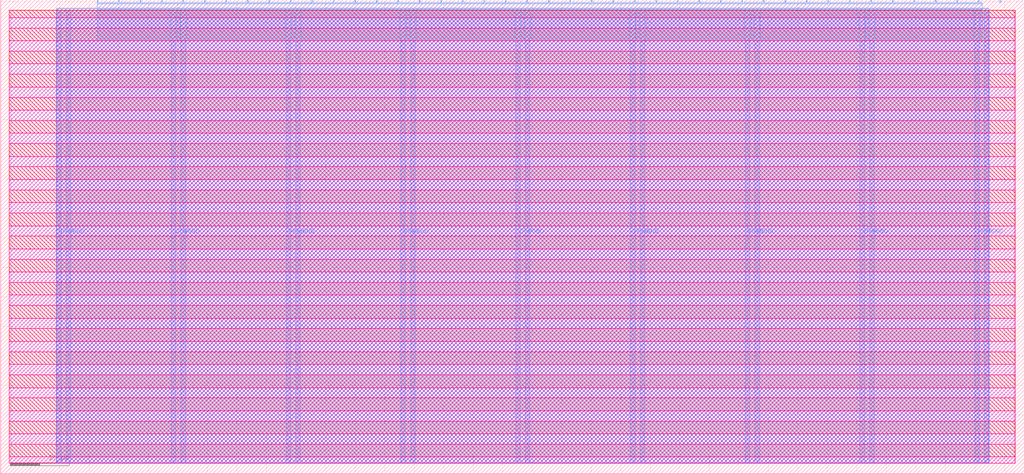
<source format=lef>
VERSION 5.7 ;
  NOWIREEXTENSIONATPIN ON ;
  DIVIDERCHAR "/" ;
  BUSBITCHARS "[]" ;
MACRO tt_um_wokwi_392873974467527681
  CLASS BLOCK ;
  FOREIGN tt_um_wokwi_392873974467527681 ;
  ORIGIN 0.000 0.000 ;
  SIZE 346.640 BY 160.720 ;
  PIN VGND
    DIRECTION INOUT ;
    USE GROUND ;
    PORT
      LAYER Metal4 ;
        RECT 22.180 3.620 23.780 157.100 ;
    END
    PORT
      LAYER Metal4 ;
        RECT 61.050 3.620 62.650 157.100 ;
    END
    PORT
      LAYER Metal4 ;
        RECT 99.920 3.620 101.520 157.100 ;
    END
    PORT
      LAYER Metal4 ;
        RECT 138.790 3.620 140.390 157.100 ;
    END
    PORT
      LAYER Metal4 ;
        RECT 177.660 3.620 179.260 157.100 ;
    END
    PORT
      LAYER Metal4 ;
        RECT 216.530 3.620 218.130 157.100 ;
    END
    PORT
      LAYER Metal4 ;
        RECT 255.400 3.620 257.000 157.100 ;
    END
    PORT
      LAYER Metal4 ;
        RECT 294.270 3.620 295.870 157.100 ;
    END
    PORT
      LAYER Metal4 ;
        RECT 333.140 3.620 334.740 157.100 ;
    END
  END VGND
  PIN VPWR
    DIRECTION INOUT ;
    USE POWER ;
    PORT
      LAYER Metal4 ;
        RECT 18.880 3.620 20.480 157.100 ;
    END
    PORT
      LAYER Metal4 ;
        RECT 57.750 3.620 59.350 157.100 ;
    END
    PORT
      LAYER Metal4 ;
        RECT 96.620 3.620 98.220 157.100 ;
    END
    PORT
      LAYER Metal4 ;
        RECT 135.490 3.620 137.090 157.100 ;
    END
    PORT
      LAYER Metal4 ;
        RECT 174.360 3.620 175.960 157.100 ;
    END
    PORT
      LAYER Metal4 ;
        RECT 213.230 3.620 214.830 157.100 ;
    END
    PORT
      LAYER Metal4 ;
        RECT 252.100 3.620 253.700 157.100 ;
    END
    PORT
      LAYER Metal4 ;
        RECT 290.970 3.620 292.570 157.100 ;
    END
    PORT
      LAYER Metal4 ;
        RECT 329.840 3.620 331.440 157.100 ;
    END
  END VPWR
  PIN clk
    DIRECTION INPUT ;
    USE SIGNAL ;
    ANTENNAGATEAREA 0.675500 ;
    PORT
      LAYER Metal4 ;
        RECT 331.090 159.720 331.390 160.720 ;
    END
  END clk
  PIN ena
    DIRECTION INPUT ;
    USE SIGNAL ;
    PORT
      LAYER Metal4 ;
        RECT 338.370 159.720 338.670 160.720 ;
    END
  END ena
  PIN rst_n
    DIRECTION INPUT ;
    USE SIGNAL ;
    PORT
      LAYER Metal4 ;
        RECT 323.810 159.720 324.110 160.720 ;
    END
  END rst_n
  PIN ui_in[0]
    DIRECTION INPUT ;
    USE SIGNAL ;
    ANTENNAGATEAREA 0.396000 ;
    PORT
      LAYER Metal4 ;
        RECT 316.530 159.720 316.830 160.720 ;
    END
  END ui_in[0]
  PIN ui_in[1]
    DIRECTION INPUT ;
    USE SIGNAL ;
    ANTENNAGATEAREA 0.396000 ;
    PORT
      LAYER Metal4 ;
        RECT 309.250 159.720 309.550 160.720 ;
    END
  END ui_in[1]
  PIN ui_in[2]
    DIRECTION INPUT ;
    USE SIGNAL ;
    ANTENNAGATEAREA 0.396000 ;
    PORT
      LAYER Metal4 ;
        RECT 301.970 159.720 302.270 160.720 ;
    END
  END ui_in[2]
  PIN ui_in[3]
    DIRECTION INPUT ;
    USE SIGNAL ;
    ANTENNAGATEAREA 0.396000 ;
    PORT
      LAYER Metal4 ;
        RECT 294.690 159.720 294.990 160.720 ;
    END
  END ui_in[3]
  PIN ui_in[4]
    DIRECTION INPUT ;
    USE SIGNAL ;
    PORT
      LAYER Metal4 ;
        RECT 287.410 159.720 287.710 160.720 ;
    END
  END ui_in[4]
  PIN ui_in[5]
    DIRECTION INPUT ;
    USE SIGNAL ;
    PORT
      LAYER Metal4 ;
        RECT 280.130 159.720 280.430 160.720 ;
    END
  END ui_in[5]
  PIN ui_in[6]
    DIRECTION INPUT ;
    USE SIGNAL ;
    PORT
      LAYER Metal4 ;
        RECT 272.850 159.720 273.150 160.720 ;
    END
  END ui_in[6]
  PIN ui_in[7]
    DIRECTION INPUT ;
    USE SIGNAL ;
    ANTENNAGATEAREA 1.102000 ;
    PORT
      LAYER Metal4 ;
        RECT 265.570 159.720 265.870 160.720 ;
    END
  END ui_in[7]
  PIN uio_in[0]
    DIRECTION INPUT ;
    USE SIGNAL ;
    PORT
      LAYER Metal4 ;
        RECT 258.290 159.720 258.590 160.720 ;
    END
  END uio_in[0]
  PIN uio_in[1]
    DIRECTION INPUT ;
    USE SIGNAL ;
    PORT
      LAYER Metal4 ;
        RECT 251.010 159.720 251.310 160.720 ;
    END
  END uio_in[1]
  PIN uio_in[2]
    DIRECTION INPUT ;
    USE SIGNAL ;
    PORT
      LAYER Metal4 ;
        RECT 243.730 159.720 244.030 160.720 ;
    END
  END uio_in[2]
  PIN uio_in[3]
    DIRECTION INPUT ;
    USE SIGNAL ;
    PORT
      LAYER Metal4 ;
        RECT 236.450 159.720 236.750 160.720 ;
    END
  END uio_in[3]
  PIN uio_in[4]
    DIRECTION INPUT ;
    USE SIGNAL ;
    PORT
      LAYER Metal4 ;
        RECT 229.170 159.720 229.470 160.720 ;
    END
  END uio_in[4]
  PIN uio_in[5]
    DIRECTION INPUT ;
    USE SIGNAL ;
    PORT
      LAYER Metal4 ;
        RECT 221.890 159.720 222.190 160.720 ;
    END
  END uio_in[5]
  PIN uio_in[6]
    DIRECTION INPUT ;
    USE SIGNAL ;
    PORT
      LAYER Metal4 ;
        RECT 214.610 159.720 214.910 160.720 ;
    END
  END uio_in[6]
  PIN uio_in[7]
    DIRECTION INPUT ;
    USE SIGNAL ;
    PORT
      LAYER Metal4 ;
        RECT 207.330 159.720 207.630 160.720 ;
    END
  END uio_in[7]
  PIN uio_oe[0]
    DIRECTION OUTPUT ;
    USE SIGNAL ;
    ANTENNADIFFAREA 0.360800 ;
    PORT
      LAYER Metal4 ;
        RECT 83.570 159.720 83.870 160.720 ;
    END
  END uio_oe[0]
  PIN uio_oe[1]
    DIRECTION OUTPUT ;
    USE SIGNAL ;
    ANTENNADIFFAREA 0.360800 ;
    PORT
      LAYER Metal4 ;
        RECT 76.290 159.720 76.590 160.720 ;
    END
  END uio_oe[1]
  PIN uio_oe[2]
    DIRECTION OUTPUT ;
    USE SIGNAL ;
    ANTENNADIFFAREA 0.360800 ;
    PORT
      LAYER Metal4 ;
        RECT 69.010 159.720 69.310 160.720 ;
    END
  END uio_oe[2]
  PIN uio_oe[3]
    DIRECTION OUTPUT ;
    USE SIGNAL ;
    ANTENNADIFFAREA 0.360800 ;
    PORT
      LAYER Metal4 ;
        RECT 61.730 159.720 62.030 160.720 ;
    END
  END uio_oe[3]
  PIN uio_oe[4]
    DIRECTION OUTPUT ;
    USE SIGNAL ;
    ANTENNADIFFAREA 0.360800 ;
    PORT
      LAYER Metal4 ;
        RECT 54.450 159.720 54.750 160.720 ;
    END
  END uio_oe[4]
  PIN uio_oe[5]
    DIRECTION OUTPUT ;
    USE SIGNAL ;
    ANTENNADIFFAREA 0.360800 ;
    PORT
      LAYER Metal4 ;
        RECT 47.170 159.720 47.470 160.720 ;
    END
  END uio_oe[5]
  PIN uio_oe[6]
    DIRECTION OUTPUT ;
    USE SIGNAL ;
    ANTENNADIFFAREA 0.360800 ;
    PORT
      LAYER Metal4 ;
        RECT 39.890 159.720 40.190 160.720 ;
    END
  END uio_oe[6]
  PIN uio_oe[7]
    DIRECTION OUTPUT ;
    USE SIGNAL ;
    ANTENNADIFFAREA 0.360800 ;
    PORT
      LAYER Metal4 ;
        RECT 32.610 159.720 32.910 160.720 ;
    END
  END uio_oe[7]
  PIN uio_out[0]
    DIRECTION OUTPUT ;
    USE SIGNAL ;
    ANTENNADIFFAREA 0.360800 ;
    PORT
      LAYER Metal4 ;
        RECT 141.810 159.720 142.110 160.720 ;
    END
  END uio_out[0]
  PIN uio_out[1]
    DIRECTION OUTPUT ;
    USE SIGNAL ;
    ANTENNADIFFAREA 0.360800 ;
    PORT
      LAYER Metal4 ;
        RECT 134.530 159.720 134.830 160.720 ;
    END
  END uio_out[1]
  PIN uio_out[2]
    DIRECTION OUTPUT ;
    USE SIGNAL ;
    ANTENNADIFFAREA 0.360800 ;
    PORT
      LAYER Metal4 ;
        RECT 127.250 159.720 127.550 160.720 ;
    END
  END uio_out[2]
  PIN uio_out[3]
    DIRECTION OUTPUT ;
    USE SIGNAL ;
    ANTENNADIFFAREA 0.360800 ;
    PORT
      LAYER Metal4 ;
        RECT 119.970 159.720 120.270 160.720 ;
    END
  END uio_out[3]
  PIN uio_out[4]
    DIRECTION OUTPUT ;
    USE SIGNAL ;
    ANTENNADIFFAREA 0.360800 ;
    PORT
      LAYER Metal4 ;
        RECT 112.690 159.720 112.990 160.720 ;
    END
  END uio_out[4]
  PIN uio_out[5]
    DIRECTION OUTPUT ;
    USE SIGNAL ;
    ANTENNADIFFAREA 0.360800 ;
    PORT
      LAYER Metal4 ;
        RECT 105.410 159.720 105.710 160.720 ;
    END
  END uio_out[5]
  PIN uio_out[6]
    DIRECTION OUTPUT ;
    USE SIGNAL ;
    ANTENNADIFFAREA 0.360800 ;
    PORT
      LAYER Metal4 ;
        RECT 98.130 159.720 98.430 160.720 ;
    END
  END uio_out[6]
  PIN uio_out[7]
    DIRECTION OUTPUT ;
    USE SIGNAL ;
    ANTENNADIFFAREA 0.360800 ;
    PORT
      LAYER Metal4 ;
        RECT 90.850 159.720 91.150 160.720 ;
    END
  END uio_out[7]
  PIN uo_out[0]
    DIRECTION OUTPUT ;
    USE SIGNAL ;
    ANTENNADIFFAREA 1.986000 ;
    PORT
      LAYER Metal4 ;
        RECT 200.050 159.720 200.350 160.720 ;
    END
  END uo_out[0]
  PIN uo_out[1]
    DIRECTION OUTPUT ;
    USE SIGNAL ;
    ANTENNADIFFAREA 1.986000 ;
    PORT
      LAYER Metal4 ;
        RECT 192.770 159.720 193.070 160.720 ;
    END
  END uo_out[1]
  PIN uo_out[2]
    DIRECTION OUTPUT ;
    USE SIGNAL ;
    ANTENNADIFFAREA 1.986000 ;
    PORT
      LAYER Metal4 ;
        RECT 185.490 159.720 185.790 160.720 ;
    END
  END uo_out[2]
  PIN uo_out[3]
    DIRECTION OUTPUT ;
    USE SIGNAL ;
    ANTENNADIFFAREA 1.986000 ;
    PORT
      LAYER Metal4 ;
        RECT 178.210 159.720 178.510 160.720 ;
    END
  END uo_out[3]
  PIN uo_out[4]
    DIRECTION OUTPUT ;
    USE SIGNAL ;
    ANTENNADIFFAREA 1.986000 ;
    PORT
      LAYER Metal4 ;
        RECT 170.930 159.720 171.230 160.720 ;
    END
  END uo_out[4]
  PIN uo_out[5]
    DIRECTION OUTPUT ;
    USE SIGNAL ;
    ANTENNADIFFAREA 0.536800 ;
    PORT
      LAYER Metal4 ;
        RECT 163.650 159.720 163.950 160.720 ;
    END
  END uo_out[5]
  PIN uo_out[6]
    DIRECTION OUTPUT ;
    USE SIGNAL ;
    ANTENNADIFFAREA 1.986000 ;
    PORT
      LAYER Metal4 ;
        RECT 156.370 159.720 156.670 160.720 ;
    END
  END uo_out[6]
  PIN uo_out[7]
    DIRECTION OUTPUT ;
    USE SIGNAL ;
    ANTENNADIFFAREA 1.986000 ;
    PORT
      LAYER Metal4 ;
        RECT 149.090 159.720 149.390 160.720 ;
    END
  END uo_out[7]
  OBS
      LAYER Nwell ;
        RECT 2.930 154.640 343.710 157.230 ;
      LAYER Pwell ;
        RECT 2.930 151.120 343.710 154.640 ;
      LAYER Nwell ;
        RECT 2.930 146.800 343.710 151.120 ;
      LAYER Pwell ;
        RECT 2.930 143.280 343.710 146.800 ;
      LAYER Nwell ;
        RECT 2.930 138.960 343.710 143.280 ;
      LAYER Pwell ;
        RECT 2.930 135.440 343.710 138.960 ;
      LAYER Nwell ;
        RECT 2.930 131.120 343.710 135.440 ;
      LAYER Pwell ;
        RECT 2.930 127.600 343.710 131.120 ;
      LAYER Nwell ;
        RECT 2.930 123.280 343.710 127.600 ;
      LAYER Pwell ;
        RECT 2.930 119.760 343.710 123.280 ;
      LAYER Nwell ;
        RECT 2.930 115.440 343.710 119.760 ;
      LAYER Pwell ;
        RECT 2.930 111.920 343.710 115.440 ;
      LAYER Nwell ;
        RECT 2.930 107.600 343.710 111.920 ;
      LAYER Pwell ;
        RECT 2.930 104.080 343.710 107.600 ;
      LAYER Nwell ;
        RECT 2.930 99.760 343.710 104.080 ;
      LAYER Pwell ;
        RECT 2.930 96.240 343.710 99.760 ;
      LAYER Nwell ;
        RECT 2.930 91.920 343.710 96.240 ;
      LAYER Pwell ;
        RECT 2.930 88.400 343.710 91.920 ;
      LAYER Nwell ;
        RECT 2.930 84.080 343.710 88.400 ;
      LAYER Pwell ;
        RECT 2.930 80.560 343.710 84.080 ;
      LAYER Nwell ;
        RECT 2.930 76.240 343.710 80.560 ;
      LAYER Pwell ;
        RECT 2.930 72.720 343.710 76.240 ;
      LAYER Nwell ;
        RECT 2.930 68.400 343.710 72.720 ;
      LAYER Pwell ;
        RECT 2.930 64.880 343.710 68.400 ;
      LAYER Nwell ;
        RECT 2.930 60.560 343.710 64.880 ;
      LAYER Pwell ;
        RECT 2.930 57.040 343.710 60.560 ;
      LAYER Nwell ;
        RECT 2.930 52.720 343.710 57.040 ;
      LAYER Pwell ;
        RECT 2.930 49.200 343.710 52.720 ;
      LAYER Nwell ;
        RECT 2.930 44.880 343.710 49.200 ;
      LAYER Pwell ;
        RECT 2.930 41.360 343.710 44.880 ;
      LAYER Nwell ;
        RECT 2.930 37.040 343.710 41.360 ;
      LAYER Pwell ;
        RECT 2.930 33.520 343.710 37.040 ;
      LAYER Nwell ;
        RECT 2.930 29.200 343.710 33.520 ;
      LAYER Pwell ;
        RECT 2.930 25.680 343.710 29.200 ;
      LAYER Nwell ;
        RECT 2.930 21.360 343.710 25.680 ;
      LAYER Pwell ;
        RECT 2.930 17.840 343.710 21.360 ;
      LAYER Nwell ;
        RECT 2.930 13.520 343.710 17.840 ;
      LAYER Pwell ;
        RECT 2.930 10.000 343.710 13.520 ;
      LAYER Nwell ;
        RECT 2.930 5.680 343.710 10.000 ;
      LAYER Pwell ;
        RECT 2.930 3.490 343.710 5.680 ;
      LAYER Metal1 ;
        RECT 3.360 3.620 343.280 157.100 ;
      LAYER Metal2 ;
        RECT 19.020 3.730 334.600 157.830 ;
      LAYER Metal3 ;
        RECT 18.970 3.780 334.650 157.780 ;
      LAYER Metal4 ;
        RECT 33.210 159.420 39.590 159.720 ;
        RECT 40.490 159.420 46.870 159.720 ;
        RECT 47.770 159.420 54.150 159.720 ;
        RECT 55.050 159.420 61.430 159.720 ;
        RECT 62.330 159.420 68.710 159.720 ;
        RECT 69.610 159.420 75.990 159.720 ;
        RECT 76.890 159.420 83.270 159.720 ;
        RECT 84.170 159.420 90.550 159.720 ;
        RECT 91.450 159.420 97.830 159.720 ;
        RECT 98.730 159.420 105.110 159.720 ;
        RECT 106.010 159.420 112.390 159.720 ;
        RECT 113.290 159.420 119.670 159.720 ;
        RECT 120.570 159.420 126.950 159.720 ;
        RECT 127.850 159.420 134.230 159.720 ;
        RECT 135.130 159.420 141.510 159.720 ;
        RECT 142.410 159.420 148.790 159.720 ;
        RECT 149.690 159.420 156.070 159.720 ;
        RECT 156.970 159.420 163.350 159.720 ;
        RECT 164.250 159.420 170.630 159.720 ;
        RECT 171.530 159.420 177.910 159.720 ;
        RECT 178.810 159.420 185.190 159.720 ;
        RECT 186.090 159.420 192.470 159.720 ;
        RECT 193.370 159.420 199.750 159.720 ;
        RECT 200.650 159.420 207.030 159.720 ;
        RECT 207.930 159.420 214.310 159.720 ;
        RECT 215.210 159.420 221.590 159.720 ;
        RECT 222.490 159.420 228.870 159.720 ;
        RECT 229.770 159.420 236.150 159.720 ;
        RECT 237.050 159.420 243.430 159.720 ;
        RECT 244.330 159.420 250.710 159.720 ;
        RECT 251.610 159.420 257.990 159.720 ;
        RECT 258.890 159.420 265.270 159.720 ;
        RECT 266.170 159.420 272.550 159.720 ;
        RECT 273.450 159.420 279.830 159.720 ;
        RECT 280.730 159.420 287.110 159.720 ;
        RECT 288.010 159.420 294.390 159.720 ;
        RECT 295.290 159.420 301.670 159.720 ;
        RECT 302.570 159.420 308.950 159.720 ;
        RECT 309.850 159.420 316.230 159.720 ;
        RECT 317.130 159.420 323.510 159.720 ;
        RECT 324.410 159.420 330.790 159.720 ;
        RECT 331.690 159.420 332.500 159.720 ;
        RECT 32.620 157.400 332.500 159.420 ;
        RECT 32.620 147.370 57.450 157.400 ;
        RECT 59.650 147.370 60.750 157.400 ;
        RECT 62.950 147.370 96.320 157.400 ;
        RECT 98.520 147.370 99.620 157.400 ;
        RECT 101.820 147.370 135.190 157.400 ;
        RECT 137.390 147.370 138.490 157.400 ;
        RECT 140.690 147.370 174.060 157.400 ;
        RECT 176.260 147.370 177.360 157.400 ;
        RECT 179.560 147.370 212.930 157.400 ;
        RECT 215.130 147.370 216.230 157.400 ;
        RECT 218.430 147.370 251.800 157.400 ;
        RECT 254.000 147.370 255.100 157.400 ;
        RECT 257.300 147.370 290.670 157.400 ;
        RECT 292.870 147.370 293.970 157.400 ;
        RECT 296.170 147.370 329.540 157.400 ;
        RECT 331.740 147.370 332.500 157.400 ;
  END
END tt_um_wokwi_392873974467527681
END LIBRARY


</source>
